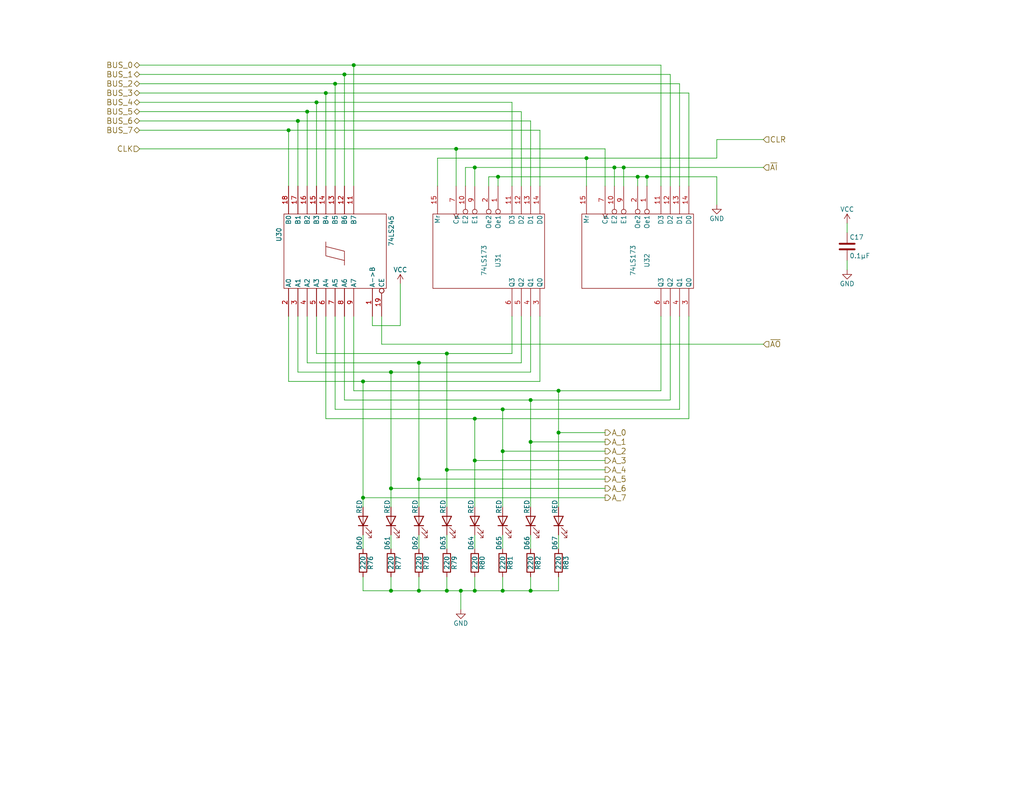
<source format=kicad_sch>
(kicad_sch (version 20231120) (generator "eeschema") (generator_version "8.0")
  (paper "USLetter")
  (lib_symbols
    (symbol "8bit-computer:74LS173" (pin_names (offset 0.254))
      (property "Reference" "U" (at 2.54 2.54 0))
      (property "Value" "74LS173" (at 2.54 -1.27 0))
      (symbol "74LS173_0_0"
        (pin power_in line (at -7.62 15.24 90) (length 0) hide (name "VCC") (number "16"))
        (pin power_in line (at -7.62 -15.24 90) (length 0) hide (name "GND") (number "8"))
      )
      (symbol "74LS173_0_1"
        (rectangle (start -10.16 15.24) (end 10.16 -15.24))
      )
      (symbol "74LS173_1_1"
        (pin input inverted (at -17.78 2.54 0) (length 7.62) (name "Oe1") (number "1"))
        (pin input inverted (at -17.78 -6.35 0) (length 7.62) (name "E2") (number "10"))
        (pin input line (at -17.78 6.35 0) (length 7.62) (name "D3") (number "11"))
        (pin input line (at -17.78 8.89 0) (length 7.62) (name "D2") (number "12"))
        (pin input line (at -17.78 11.43 0) (length 7.62) (name "D1") (number "13"))
        (pin input line (at -17.78 13.97 0) (length 7.62) (name "D0") (number "14"))
        (pin input line (at -17.78 -13.97 0) (length 7.62) (name "Mr") (number "15"))
        (pin input inverted (at -17.78 0 0) (length 7.62) (name "Oe2") (number "2"))
        (pin tri_state line (at 17.78 13.97 180) (length 7.62) (name "Q0") (number "3"))
        (pin tri_state line (at 17.78 11.43 180) (length 7.62) (name "Q1") (number "4"))
        (pin tri_state line (at 17.78 8.89 180) (length 7.62) (name "Q2") (number "5"))
        (pin tri_state line (at 17.78 6.35 180) (length 7.62) (name "Q3") (number "6"))
        (pin input clock (at -17.78 -8.89 0) (length 7.62) (name "Cp") (number "7"))
        (pin input inverted (at -17.78 -3.81 0) (length 7.62) (name "E1") (number "9"))
      )
    )
    (symbol "8bit-computer:74LS245" (pin_names (offset 0.254))
      (property "Reference" "U" (at 2.54 14.605 0))
      (property "Value" "74LS245" (at 1.27 -14.605 0))
      (symbol "74LS245_0_0"
        (pin power_in line (at 0 -13.97 90) (length 0) hide (name "GND") (number "10"))
        (pin power_in line (at 0 13.97 270) (length 0) hide (name "VCC") (number "20"))
      )
      (symbol "74LS245_0_1"
        (rectangle (start -10.16 13.97) (end 10.16 -13.97))
        (polyline (pts (xy 1.27 2.54) (xy 0 -2.54) (xy -2.54 -2.54)))
        (polyline (pts (xy 2.54 2.54) (xy -1.27 2.54) (xy -2.54 -2.54) (xy -3.81 -2.54)))
      )
      (symbol "74LS245_1_1"
        (pin input line (at -17.78 -10.16 0) (length 7.62) (name "A->B") (number "1"))
        (pin tri_state line (at 17.78 -5.08 180) (length 7.62) (name "B7") (number "11"))
        (pin tri_state line (at 17.78 -2.54 180) (length 7.62) (name "B6") (number "12"))
        (pin tri_state line (at 17.78 0 180) (length 7.62) (name "B5") (number "13"))
        (pin tri_state line (at 17.78 2.54 180) (length 7.62) (name "B4") (number "14"))
        (pin tri_state line (at 17.78 5.08 180) (length 7.62) (name "B3") (number "15"))
        (pin tri_state line (at 17.78 7.62 180) (length 7.62) (name "B2") (number "16"))
        (pin tri_state line (at 17.78 10.16 180) (length 7.62) (name "B1") (number "17"))
        (pin tri_state line (at 17.78 12.7 180) (length 7.62) (name "B0") (number "18"))
        (pin input inverted (at -17.78 -12.7 0) (length 7.62) (name "CE") (number "19"))
        (pin tri_state line (at -17.78 12.7 0) (length 7.62) (name "A0") (number "2"))
        (pin tri_state line (at -17.78 10.16 0) (length 7.62) (name "A1") (number "3"))
        (pin tri_state line (at -17.78 7.62 0) (length 7.62) (name "A2") (number "4"))
        (pin tri_state line (at -17.78 5.08 0) (length 7.62) (name "A3") (number "5"))
        (pin tri_state line (at -17.78 2.54 0) (length 7.62) (name "A4") (number "6"))
        (pin tri_state line (at -17.78 0 0) (length 7.62) (name "A5") (number "7"))
        (pin tri_state line (at -17.78 -2.54 0) (length 7.62) (name "A6") (number "8"))
        (pin tri_state line (at -17.78 -5.08 0) (length 7.62) (name "A7") (number "9"))
      )
    )
    (symbol "Device:C" (pin_numbers hide) (pin_names (offset 0.254))
      (property "Reference" "C" (at 0.635 2.54 0))
      (property "Value" "C" (at 0.635 -2.54 0))
      (symbol "C_0_1"
        (polyline (pts (xy -2.032 -0.762) (xy 2.032 -0.762)) (stroke (width 0.508)))
        (polyline (pts (xy -2.032 0.762) (xy 2.032 0.762)) (stroke (width 0.508)))
      )
      (symbol "C_1_1"
        (pin passive line (at 0 3.81 270) (length 2.794) (name "~") (number "1"))
        (pin passive line (at 0 -3.81 90) (length 2.794) (name "~") (number "2"))
      )
    )
    (symbol "Device:LED" (pin_numbers hide) (pin_names (offset 1.016) hide)
      (property "Reference" "D" (at 0 2.54 0))
      (property "Value" "LED" (at 0 -2.54 0))
      (symbol "LED_0_1"
        (polyline (pts (xy -1.27 -1.27) (xy -1.27 1.27)) (stroke (width 0.254)))
        (polyline (pts (xy -1.27 0) (xy 1.27 0)))
        (polyline (pts (xy 1.27 -1.27) (xy 1.27 1.27) (xy -1.27 0) (xy 1.27 -1.27)) (stroke (width 0.254)))
        (polyline (pts (xy -3.048 -0.762) (xy -4.572 -2.286) (xy -3.81 -2.286) (xy -4.572 -2.286) (xy -4.572 -1.524)))
        (polyline (pts (xy -1.778 -0.762) (xy -3.302 -2.286) (xy -2.54 -2.286) (xy -3.302 -2.286) (xy -3.302 -1.524)))
      )
      (symbol "LED_1_1"
        (pin passive line (at -3.81 0 0) (length 2.54) (name "K") (number "1"))
        (pin passive line (at 3.81 0 180) (length 2.54) (name "A") (number "2"))
      )
    )
    (symbol "Device:R" (pin_numbers hide) (pin_names (offset 0))
      (property "Reference" "R" (at 2.032 0 90))
      (property "Value" "R" (at 0 0 90))
      (symbol "R_0_1"
        (rectangle (start -1.016 -2.54) (end 1.016 2.54) (stroke (width 0.254)))
      )
      (symbol "R_1_1"
        (pin passive line (at 0 3.81 270) (length 1.27) (name "~") (number "1"))
        (pin passive line (at 0 -3.81 90) (length 1.27) (name "~") (number "2"))
      )
    )
    (symbol "power:GND" (power) (pin_names (offset 0))
      (property "Value" "GND" (at 0 -3.81 0))
      (symbol "GND_0_1"
        (polyline (pts (xy 0 0) (xy 0 -1.27) (xy 1.27 -1.27) (xy 0 -2.54) (xy -1.27 -1.27) (xy 0 -1.27)))
      )
      (symbol "GND_1_1"
        (pin power_in line (at 0 0 270) (length 0) hide (name "GND") (number "1"))
      )
    )
    (symbol "power:VCC" (power) (pin_names (offset 0))
      (property "Value" "VCC" (at 0 3.81 0))
      (symbol "VCC_0_1"
        (polyline (pts (xy -0.762 1.27) (xy 0 2.54)))
        (polyline (pts (xy 0 0) (xy 0 2.54)))
        (polyline (pts (xy 0 2.54) (xy 0.762 1.27)))
      )
      (symbol "VCC_1_1"
        (pin power_in line (at 0 0 90) (length 0) hide (name "VCC") (number "1"))
      )
    )
  )
  (junction (at 114.3 99.06))
  (junction (at 137.16 161.29))
  (junction (at 129.54 161.29))
  (junction (at 86.36 27.94))
  (junction (at 88.9 25.4))
  (junction (at 93.98 20.32))
  (junction (at 125.73 161.29))
  (junction (at 91.44 22.86))
  (junction (at 106.68 133.35))
  (junction (at 99.06 135.89))
  (junction (at 83.82 30.48))
  (junction (at 173.99 48.26))
  (junction (at 144.78 109.22))
  (junction (at 152.4 118.11))
  (junction (at 129.54 45.72))
  (junction (at 144.78 161.29))
  (junction (at 176.53 48.26))
  (junction (at 160.02 43.18))
  (junction (at 152.4 106.68))
  (junction (at 121.92 128.27))
  (junction (at 137.16 111.76))
  (junction (at 129.54 114.3))
  (junction (at 99.06 104.14))
  (junction (at 124.46 40.64))
  (junction (at 81.28 33.02))
  (junction (at 106.68 101.6))
  (junction (at 135.89 48.26))
  (junction (at 121.92 96.52))
  (junction (at 137.16 123.19))
  (junction (at 121.92 161.29))
  (junction (at 78.74 35.56))
  (junction (at 114.3 161.29))
  (junction (at 167.64 45.72))
  (junction (at 96.52 17.78))
  (junction (at 106.68 161.29))
  (junction (at 129.54 125.73))
  (junction (at 114.3 130.81))
  (junction (at 144.78 120.65))
  (junction (at 170.18 45.72))
  (wire (pts (xy 180.34 17.78) (xy 180.34 50.8)))
  (wire (pts (xy 129.54 45.72) (xy 129.54 50.8)))
  (wire (pts (xy 83.82 30.48) (xy 142.24 30.48)))
  (wire (pts (xy 86.36 50.8) (xy 86.36 27.94)))
  (wire (pts (xy 121.92 146.05) (xy 121.92 149.86)))
  (wire (pts (xy 109.22 88.9) (xy 109.22 77.47)))
  (wire (pts (xy 99.06 135.89) (xy 99.06 138.43)))
  (wire (pts (xy 144.78 120.65) (xy 144.78 138.43)))
  (wire (pts (xy 119.38 43.18) (xy 160.02 43.18)))
  (wire (pts (xy 144.78 101.6) (xy 144.78 86.36)))
  (wire (pts (xy 106.68 157.48) (xy 106.68 161.29)))
  (wire (pts (xy 165.1 40.64) (xy 165.1 50.8)))
  (wire (pts (xy 96.52 17.78) (xy 180.34 17.78)))
  (wire (pts (xy 167.64 45.72) (xy 170.18 45.72)))
  (wire (pts (xy 152.4 161.29) (xy 152.4 157.48)))
  (wire (pts (xy 93.98 86.36) (xy 93.98 109.22)))
  (wire (pts (xy 121.92 128.27) (xy 165.1 128.27)))
  (wire (pts (xy 127 45.72) (xy 129.54 45.72)))
  (wire (pts (xy 195.58 38.1) (xy 208.28 38.1)))
  (wire (pts (xy 114.3 157.48) (xy 114.3 161.29)))
  (wire (pts (xy 106.68 133.35) (xy 106.68 138.43)))
  (wire (pts (xy 88.9 25.4) (xy 187.96 25.4)))
  (wire (pts (xy 106.68 146.05) (xy 106.68 149.86)))
  (wire (pts (xy 78.74 104.14) (xy 99.06 104.14)))
  (wire (pts (xy 144.78 146.05) (xy 144.78 149.86)))
  (wire (pts (xy 147.32 104.14) (xy 147.32 86.36)))
  (wire (pts (xy 135.89 48.26) (xy 135.89 50.8)))
  (wire (pts (xy 124.46 40.64) (xy 124.46 50.8)))
  (wire (pts (xy 99.06 104.14) (xy 99.06 135.89)))
  (wire (pts (xy 129.54 125.73) (xy 129.54 138.43)))
  (wire (pts (xy 86.36 27.94) (xy 139.7 27.94)))
  (wire (pts (xy 121.92 96.52) (xy 121.92 128.27)))
  (wire (pts (xy 142.24 99.06) (xy 142.24 86.36)))
  (wire (pts (xy 119.38 50.8) (xy 119.38 43.18)))
  (wire (pts (xy 127 50.8) (xy 127 45.72)))
  (wire (pts (xy 187.96 114.3) (xy 187.96 86.36)))
  (wire (pts (xy 83.82 86.36) (xy 83.82 99.06)))
  (wire (pts (xy 38.1 40.64) (xy 124.46 40.64)))
  (wire (pts (xy 99.06 161.29) (xy 106.68 161.29)))
  (wire (pts (xy 91.44 86.36) (xy 91.44 111.76)))
  (wire (pts (xy 81.28 86.36) (xy 81.28 101.6)))
  (wire (pts (xy 83.82 99.06) (xy 114.3 99.06)))
  (wire (pts (xy 139.7 27.94) (xy 139.7 50.8)))
  (wire (pts (xy 38.1 27.94) (xy 86.36 27.94)))
  (wire (pts (xy 38.1 20.32) (xy 93.98 20.32)))
  (wire (pts (xy 137.16 123.19) (xy 137.16 138.43)))
  (wire (pts (xy 165.1 120.65) (xy 144.78 120.65)))
  (wire (pts (xy 133.35 48.26) (xy 135.89 48.26)))
  (wire (pts (xy 99.06 104.14) (xy 147.32 104.14)))
  (wire (pts (xy 137.16 161.29) (xy 144.78 161.29)))
  (wire (pts (xy 121.92 157.48) (xy 121.92 161.29)))
  (wire (pts (xy 137.16 157.48) (xy 137.16 161.29)))
  (wire (pts (xy 38.1 25.4) (xy 88.9 25.4)))
  (wire (pts (xy 182.88 20.32) (xy 182.88 50.8)))
  (wire (pts (xy 144.78 109.22) (xy 144.78 120.65)))
  (wire (pts (xy 96.52 106.68) (xy 152.4 106.68)))
  (wire (pts (xy 135.89 48.26) (xy 173.99 48.26)))
  (wire (pts (xy 101.6 86.36) (xy 101.6 88.9)))
  (wire (pts (xy 137.16 111.76) (xy 185.42 111.76)))
  (wire (pts (xy 173.99 48.26) (xy 173.99 50.8)))
  (wire (pts (xy 124.46 40.64) (xy 165.1 40.64)))
  (wire (pts (xy 114.3 130.81) (xy 114.3 138.43)))
  (wire (pts (xy 231.14 71.12) (xy 231.14 73.66)))
  (wire (pts (xy 38.1 30.48) (xy 83.82 30.48)))
  (wire (pts (xy 137.16 146.05) (xy 137.16 149.86)))
  (wire (pts (xy 173.99 48.26) (xy 176.53 48.26)))
  (wire (pts (xy 88.9 86.36) (xy 88.9 114.3)))
  (wire (pts (xy 88.9 114.3) (xy 129.54 114.3)))
  (wire (pts (xy 114.3 99.06) (xy 114.3 130.81)))
  (wire (pts (xy 165.1 123.19) (xy 137.16 123.19)))
  (wire (pts (xy 78.74 35.56) (xy 78.74 50.8)))
  (wire (pts (xy 91.44 22.86) (xy 91.44 50.8)))
  (wire (pts (xy 78.74 35.56) (xy 147.32 35.56)))
  (wire (pts (xy 38.1 35.56) (xy 78.74 35.56)))
  (wire (pts (xy 129.54 114.3) (xy 187.96 114.3)))
  (wire (pts (xy 144.78 109.22) (xy 182.88 109.22)))
  (wire (pts (xy 101.6 88.9) (xy 109.22 88.9)))
  (wire (pts (xy 165.1 118.11) (xy 152.4 118.11)))
  (wire (pts (xy 93.98 20.32) (xy 182.88 20.32)))
  (wire (pts (xy 86.36 96.52) (xy 121.92 96.52)))
  (wire (pts (xy 160.02 43.18) (xy 160.02 50.8)))
  (wire (pts (xy 147.32 35.56) (xy 147.32 50.8)))
  (wire (pts (xy 104.14 86.36) (xy 104.14 93.98)))
  (wire (pts (xy 86.36 86.36) (xy 86.36 96.52)))
  (wire (pts (xy 182.88 109.22) (xy 182.88 86.36)))
  (wire (pts (xy 78.74 86.36) (xy 78.74 104.14)))
  (wire (pts (xy 38.1 33.02) (xy 81.28 33.02)))
  (wire (pts (xy 38.1 22.86) (xy 91.44 22.86)))
  (wire (pts (xy 185.42 22.86) (xy 185.42 50.8)))
  (wire (pts (xy 231.14 60.96) (xy 231.14 63.5)))
  (wire (pts (xy 93.98 109.22) (xy 144.78 109.22)))
  (wire (pts (xy 81.28 101.6) (xy 106.68 101.6)))
  (wire (pts (xy 185.42 111.76) (xy 185.42 86.36)))
  (wire (pts (xy 121.92 96.52) (xy 139.7 96.52)))
  (wire (pts (xy 167.64 45.72) (xy 167.64 50.8)))
  (wire (pts (xy 81.28 33.02) (xy 144.78 33.02)))
  (wire (pts (xy 195.58 43.18) (xy 195.58 38.1)))
  (wire (pts (xy 91.44 111.76) (xy 137.16 111.76)))
  (wire (pts (xy 106.68 101.6) (xy 144.78 101.6)))
  (wire (pts (xy 114.3 161.29) (xy 121.92 161.29)))
  (wire (pts (xy 137.16 111.76) (xy 137.16 123.19)))
  (wire (pts (xy 152.4 106.68) (xy 180.34 106.68)))
  (wire (pts (xy 129.54 45.72) (xy 167.64 45.72)))
  (wire (pts (xy 129.54 146.05) (xy 129.54 149.86)))
  (wire (pts (xy 152.4 106.68) (xy 152.4 118.11)))
  (wire (pts (xy 81.28 33.02) (xy 81.28 50.8)))
  (wire (pts (xy 93.98 20.32) (xy 93.98 50.8)))
  (wire (pts (xy 165.1 135.89) (xy 99.06 135.89)))
  (wire (pts (xy 144.78 33.02) (xy 144.78 50.8)))
  (wire (pts (xy 121.92 161.29) (xy 125.73 161.29)))
  (wire (pts (xy 176.53 48.26) (xy 195.58 48.26)))
  (wire (pts (xy 104.14 93.98) (xy 208.28 93.98)))
  (wire (pts (xy 83.82 30.48) (xy 83.82 50.8)))
  (wire (pts (xy 96.52 17.78) (xy 96.52 50.8)))
  (wire (pts (xy 152.4 118.11) (xy 152.4 138.43)))
  (wire (pts (xy 114.3 130.81) (xy 165.1 130.81)))
  (wire (pts (xy 187.96 25.4) (xy 187.96 50.8)))
  (wire (pts (xy 180.34 106.68) (xy 180.34 86.36)))
  (wire (pts (xy 165.1 133.35) (xy 106.68 133.35)))
  (wire (pts (xy 142.24 30.48) (xy 142.24 50.8)))
  (wire (pts (xy 99.06 146.05) (xy 99.06 149.86)))
  (wire (pts (xy 125.73 166.37) (xy 125.73 161.29)))
  (wire (pts (xy 170.18 45.72) (xy 170.18 50.8)))
  (wire (pts (xy 139.7 96.52) (xy 139.7 86.36)))
  (wire (pts (xy 133.35 50.8) (xy 133.35 48.26)))
  (wire (pts (xy 129.54 157.48) (xy 129.54 161.29)))
  (wire (pts (xy 129.54 161.29) (xy 137.16 161.29)))
  (wire (pts (xy 152.4 146.05) (xy 152.4 149.86)))
  (wire (pts (xy 99.06 157.48) (xy 99.06 161.29)))
  (wire (pts (xy 96.52 86.36) (xy 96.52 106.68)))
  (wire (pts (xy 170.18 45.72) (xy 208.28 45.72)))
  (wire (pts (xy 106.68 161.29) (xy 114.3 161.29)))
  (wire (pts (xy 160.02 43.18) (xy 195.58 43.18)))
  (wire (pts (xy 114.3 146.05) (xy 114.3 149.86)))
  (wire (pts (xy 88.9 25.4) (xy 88.9 50.8)))
  (wire (pts (xy 114.3 99.06) (xy 142.24 99.06)))
  (wire (pts (xy 125.73 161.29) (xy 129.54 161.29)))
  (wire (pts (xy 129.54 114.3) (xy 129.54 125.73)))
  (wire (pts (xy 176.53 48.26) (xy 176.53 50.8)))
  (wire (pts (xy 144.78 157.48) (xy 144.78 161.29)))
  (wire (pts (xy 144.78 161.29) (xy 152.4 161.29)))
  (wire (pts (xy 91.44 22.86) (xy 185.42 22.86)))
  (wire (pts (xy 129.54 125.73) (xy 165.1 125.73)))
  (wire (pts (xy 195.58 48.26) (xy 195.58 55.88)))
  (wire (pts (xy 38.1 17.78) (xy 96.52 17.78)))
  (wire (pts (xy 106.68 101.6) (xy 106.68 133.35)))
  (wire (pts (xy 121.92 128.27) (xy 121.92 138.43)))
  (hierarchical_label "A_4" (shape output) (at 165.1 128.27 0) (effects (font (size 1.524 1.524))))
  (hierarchical_label "BUS_1" (shape bidirectional) (at 38.1 20.32 180) (effects (font (size 1.524 1.524))))
  (hierarchical_label "A_6" (shape output) (at 165.1 133.35 0) (effects (font (size 1.524 1.524))))
  (hierarchical_label "~{AO}" (shape input) (at 208.28 93.98 0) (effects (font (size 1.524 1.524))))
  (hierarchical_label "A_3" (shape output) (at 165.1 125.73 0) (effects (font (size 1.524 1.524))))
  (hierarchical_label "A_0" (shape output) (at 165.1 118.11 0) (effects (font (size 1.524 1.524))))
  (hierarchical_label "A_2" (shape output) (at 165.1 123.19 0) (effects (font (size 1.524 1.524))))
  (hierarchical_label "A_7" (shape output) (at 165.1 135.89 0) (effects (font (size 1.524 1.524))))
  (hierarchical_label "BUS_6" (shape bidirectional) (at 38.1 33.02 180) (effects (font (size 1.524 1.524))))
  (hierarchical_label "BUS_7" (shape bidirectional) (at 38.1 35.56 180) (effects (font (size 1.524 1.524))))
  (hierarchical_label "BUS_0" (shape bidirectional) (at 38.1 17.78 180) (effects (font (size 1.524 1.524))))
  (hierarchical_label "A_1" (shape output) (at 165.1 120.65 0) (effects (font (size 1.524 1.524))))
  (hierarchical_label "A_5" (shape output) (at 165.1 130.81 0) (effects (font (size 1.524 1.524))))
  (hierarchical_label "BUS_3" (shape bidirectional) (at 38.1 25.4 180) (effects (font (size 1.524 1.524))))
  (hierarchical_label "BUS_2" (shape bidirectional) (at 38.1 22.86 180) (effects (font (size 1.524 1.524))))
  (hierarchical_label "BUS_5" (shape bidirectional) (at 38.1 30.48 180) (effects (font (size 1.524 1.524))))
  (hierarchical_label "CLR" (shape input) (at 208.28 38.1 0) (effects (font (size 1.524 1.524))))
  (hierarchical_label "~{AI}" (shape input) (at 208.28 45.72 0) (effects (font (size 1.524 1.524))))
  (hierarchical_label "BUS_4" (shape bidirectional) (at 38.1 27.94 180) (effects (font (size 1.524 1.524))))
  (hierarchical_label "CLK" (shape input) (at 38.1 40.64 180) (effects (font (size 1.524 1.524))))
  (symbol (lib_id "8bit-computer:74LS173") (at 133.35 68.58 270) (unit 1)
    (property "Reference" "U31" (at 135.89 71.12 0))
    (property "Value" "74LS173" (at 132.08 71.12 0))
    (property "Footprint" "Package_DIP:DIP-16_W7.62mm" (effects (hide yes)))
  )
  (symbol (lib_id "Device:R") (at 114.3 153.67 0) (unit 1)
    (property "Reference" "R78" (at 116.332 153.67 90))
    (property "Value" "220" (at 114.3 153.67 90))
    (property "Footprint" "Resistor_THT:R_Axial_DIN0207_L6.3mm_D2.5mm_P7.62mm_Horizontal" (effects (hide yes)))
  )
  (symbol (lib_id "Device:R") (at 121.92 153.67 0) (unit 1)
    (property "Reference" "R79" (at 123.952 153.67 90))
    (property "Value" "220" (at 121.92 153.67 90))
    (property "Footprint" "Resistor_THT:R_Axial_DIN0207_L6.3mm_D2.5mm_P7.62mm_Horizontal" (effects (hide yes)))
  )
  (symbol (lib_id "Device:R") (at 137.16 153.67 0) (unit 1)
    (property "Reference" "R81" (at 139.192 153.67 90))
    (property "Value" "220" (at 137.16 153.67 90))
    (property "Footprint" "Resistor_THT:R_Axial_DIN0207_L6.3mm_D2.5mm_P7.62mm_Horizontal" (effects (hide yes)))
  )
  (symbol (lib_id "Device:R") (at 152.4 153.67 0) (unit 1)
    (property "Reference" "R83" (at 154.432 153.67 90))
    (property "Value" "220" (at 152.4 153.67 90))
    (property "Footprint" "Resistor_THT:R_Axial_DIN0207_L6.3mm_D2.5mm_P7.62mm_Horizontal" (effects (hide yes)))
  )
  (symbol (lib_id "power:VCC") (at 109.22 77.47 0) (unit 1)
    (property "Reference" "#PWR055" (effects (hide yes)))
    (property "Value" "VCC" (at 109.22 73.66 0))
  )
  (symbol (lib_id "8bit-computer:74LS173") (at 173.99 68.58 270) (unit 1)
    (property "Reference" "U32" (at 176.53 71.12 0))
    (property "Value" "74LS173" (at 172.72 71.12 0))
    (property "Footprint" "Package_DIP:DIP-16_W7.62mm" (effects (hide yes)))
  )
  (symbol (lib_id "8bit-computer:74LS245") (at 91.44 68.58 90) (unit 1)
    (property "Reference" "U30" (at 76.835 66.04 0) (effects (justify left bottom)))
    (property "Value" "74LS245" (at 106.045 67.31 0) (effects (justify left top)))
    (property "Footprint" "Package_DIP:DIP-20_W7.62mm" (effects (hide yes)))
  )
  (symbol (lib_id "Device:R") (at 99.06 153.67 0) (unit 1)
    (property "Reference" "R76" (at 101.092 153.67 90))
    (property "Value" "220" (at 99.06 153.67 90))
    (property "Footprint" "Resistor_THT:R_Axial_DIN0207_L6.3mm_D2.5mm_P7.62mm_Horizontal" (effects (hide yes)))
  )
  (symbol (lib_id "Device:R") (at 106.68 153.67 0) (unit 1)
    (property "Reference" "R77" (at 108.712 153.67 90))
    (property "Value" "220" (at 106.68 153.67 90))
    (property "Footprint" "Resistor_THT:R_Axial_DIN0207_L6.3mm_D2.5mm_P7.62mm_Horizontal" (effects (hide yes)))
  )
  (symbol (lib_id "Device:R") (at 129.54 153.67 0) (unit 1)
    (property "Reference" "R80" (at 131.572 153.67 90))
    (property "Value" "220" (at 129.54 153.67 90))
    (property "Footprint" "Resistor_THT:R_Axial_DIN0207_L6.3mm_D2.5mm_P7.62mm_Horizontal" (effects (hide yes)))
  )
  (symbol (lib_id "Device:R") (at 144.78 153.67 0) (unit 1)
    (property "Reference" "R82" (at 146.812 153.67 90))
    (property "Value" "220" (at 144.78 153.67 90))
    (property "Footprint" "Resistor_THT:R_Axial_DIN0207_L6.3mm_D2.5mm_P7.62mm_Horizontal" (effects (hide yes)))
  )
  (symbol (lib_id "power:GND") (at 125.73 166.37 0) (unit 1)
    (property "Reference" "#PWR056" (effects (hide yes)))
    (property "Value" "GND" (at 125.73 170.18 0))
  )
  (symbol (lib_id "power:GND") (at 195.58 55.88 0) (unit 1)
    (property "Reference" "#PWR057" (effects (hide yes)))
    (property "Value" "GND" (at 195.58 59.69 0))
  )
  (symbol (lib_id "Device:C") (at 231.14 67.31 0) (unit 1)
    (property "Reference" "C17" (at 231.775 64.77 0) (effects (justify left)))
    (property "Value" "0.1µF" (at 231.775 69.85 0) (effects (justify left)))
    (property "Footprint" "Capacitor_THT:C_Disc_D4.3mm_W1.9mm_P5.00mm" (effects (hide yes)))
  )
  (symbol (lib_id "power:GND") (at 231.14 73.66 0) (unit 1)
    (property "Reference" "#PWR059" (effects (hide yes)))
    (property "Value" "GND" (at 231.14 77.47 0))
  )
  (symbol (lib_id "power:VCC") (at 231.14 60.96 0) (unit 1)
    (property "Reference" "#PWR058" (effects (hide yes)))
    (property "Value" "VCC" (at 231.14 57.15 0))
  )
  (symbol (lib_id "Device:LED") (at 129.54 142.24 90) (unit 1)
    (property "Reference" "D64" (at 128.524 146.304 0) (effects (justify right)))
    (property "Value" "RED" (at 128.524 136.398 0) (effects (justify right)))
  )
  (symbol (lib_id "Device:LED") (at 121.92 142.24 90) (unit 1)
    (property "Reference" "D63" (at 120.904 146.304 0) (effects (justify right)))
    (property "Value" "RED" (at 120.904 136.398 0) (effects (justify right)))
  )
  (symbol (lib_id "Device:LED") (at 137.16 142.24 90) (unit 1)
    (property "Reference" "D65" (at 136.144 146.304 0) (effects (justify right)))
    (property "Value" "RED" (at 136.144 136.398 0) (effects (justify right)))
  )
  (symbol (lib_id "Device:LED") (at 99.06 142.24 90) (unit 1)
    (property "Reference" "D60" (at 98.044 146.304 0) (effects (justify right)))
    (property "Value" "RED" (at 98.044 136.398 0) (effects (justify right)))
  )
  (symbol (lib_id "Device:LED") (at 106.68 142.24 90) (unit 1)
    (property "Reference" "D61" (at 105.664 146.304 0) (effects (justify right)))
    (property "Value" "RED" (at 105.664 136.398 0) (effects (justify right)))
  )
  (symbol (lib_id "Device:LED") (at 152.4 142.24 90) (unit 1)
    (property "Reference" "D67" (at 151.384 146.304 0) (effects (justify right)))
    (property "Value" "RED" (at 151.384 136.398 0) (effects (justify right)))
  )
  (symbol (lib_id "Device:LED") (at 144.78 142.24 90) (unit 1)
    (property "Reference" "D66" (at 143.764 146.304 0) (effects (justify right)))
    (property "Value" "RED" (at 143.764 136.398 0) (effects (justify right)))
  )
  (symbol (lib_id "Device:LED") (at 114.3 142.24 90) (unit 1)
    (property "Reference" "D62" (at 113.284 146.304 0) (effects (justify right)))
    (property "Value" "RED" (at 113.284 136.398 0) (effects (justify right)))
  )
)
</source>
